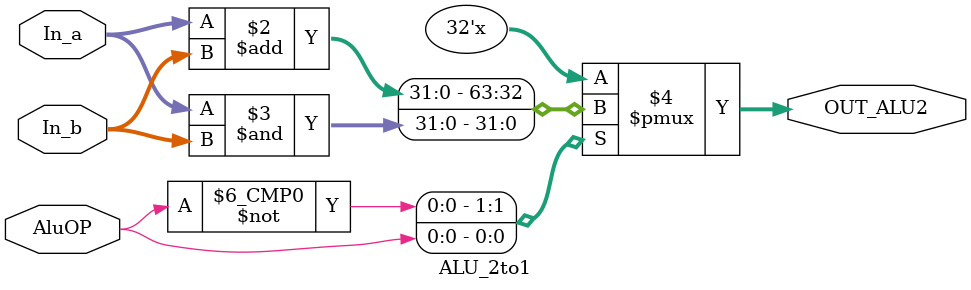
<source format=v>
`timescale 1ns / 1ps


module ALU_2to1(
    input [31:0] In_a,        
    input [31:0] In_b,
    input AluOP,   
    output reg [31:0] OUT_ALU2
    );
        
    always @(*) begin
        case(AluOP)
            1'b0:  OUT_ALU2 = In_a + In_b;
            1'b1:  OUT_ALU2 = In_a & In_b;
        default: OUT_ALU2 = 32'd0;    
        endcase
        
    end
endmodule

</source>
